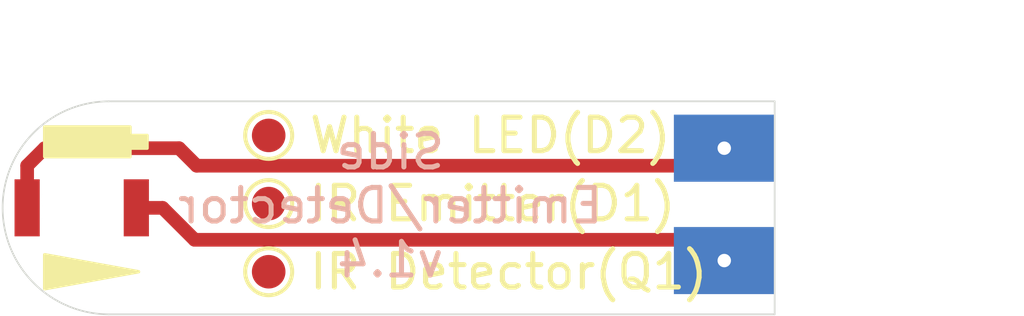
<source format=kicad_pcb>
(kicad_pcb (version 20210606) (generator pcbnew)
  (title_block (date "2020-01-15") (rev "1.3"))
  (layers (0 "F.Cu" signal) (31 "B.Cu" signal) (34 "B.Paste" user) (35 "F.Paste" user) (36 "B.SilkS" user "B.Silkscreen") (37 "F.SilkS" user "F.Silkscreen") (38 "B.Mask" user) (39 "F.Mask" user) (44 "Edge.Cuts" user))
  (net 0 "")
  (net 1 "Net-(D1-Pad1)")
  (net 2 "Net-(D1-Pad2)")
  (footprint "asl_footprints:1206_reverse_smd" (layer "F.Cu") (at 126.198001 93.218001 180)
    (fp_text reference "D1" hide)
    (fp_text value "LED" hide)
    (pad "" np_thru_hole circle locked (at 0 0 270) (size 2.3 2.3) (drill 2.3) (layers *.Cu *.Mask))
    (pad "1" smd rect locked (at -1.625 0 270) (size 1.7 0.75) (layers "F.Cu" "F.Paste" "F.Mask") (net 1 "Net-(D1-Pad1)"))
    (pad "2" smd rect locked (at 1.625 0 270) (size 1.7 0.75) (layers "F.Cu" "F.Paste" "F.Mask") (net 2 "Net-(D1-Pad2)"))
  )
  (footprint "TestPoint:TestPoint_Pad_D1.0mm" (layer "F.Cu") (at 131.7625 91.059)
    (fp_text reference "White LED(D2)" (at 1.143 0) (layer "F.SilkS") (effects (justify left)))
    (fp_text value "TestPoint" hide)
    (fp_circle (center 0 0) (end 0 0.7) (layer "F.SilkS") (width 0.12) (fill none))
    (pad "1" smd circle locked (at 0 0) (size 1 1) (layers "F.Cu" "F.Mask"))
  )
  (footprint "TestPoint:TestPoint_Pad_D1.0mm" (layer "F.Cu") (at 131.7625 93.091)
    (fp_text reference "IR Emitter(D1)" (at 1.143 0) (layer "F.SilkS") (effects (justify left)))
    (fp_text value "TestPoint" hide)
    (fp_circle (center 0 0) (end 0 0.7) (layer "F.SilkS") (width 0.12) (fill none))
    (pad "1" smd circle locked (at 0 0) (size 1 1) (layers "F.Cu" "F.Mask"))
  )
  (footprint "TestPoint:TestPoint_Pad_D1.0mm" (layer "F.Cu") (at 131.7625 95.123)
    (fp_text reference "IR Detector(Q1)" (at 1.143 0) (layer "F.SilkS") (effects (justify left)))
    (fp_text value "TestPoint" hide)
    (fp_circle (center 0 0) (end 0 0.7) (layer "F.SilkS") (width 0.12) (fill none))
    (pad "1" smd circle locked (at 0 0) (size 1 1) (layers "F.Cu" "F.Mask"))
  )
  (footprint "asl_footprints:board_to_board_joint" (layer "B.Cu") (at 146.823001 93.115 -90)
    (fp_text reference "J1" hide)
    (fp_text value "Conn_01x02_Male" hide)
    (pad "1" smd rect locked (at -1.675 1.5 270) (size 2 3) (layers "B.Cu" "B.Paste" "B.Mask") (net 2 "Net-(D1-Pad2)"))
    (pad "2" smd rect locked (at 1.675 1.5 270) (size 2 3) (layers "B.Cu" "B.Paste" "B.Mask") (net 1 "Net-(D1-Pad1)"))
  )
  (gr_poly (pts (xy 127.889 95.123) (xy 125.095 95.631) (xy 125.095 94.615)) (layer "F.SilkS") (width 0.1) (fill solid))
  (gr_poly (pts (xy 128.143 91.44) (xy 127.635 91.44) (xy 127.635 91.059) (xy 128.143 91.059)) (layer "F.SilkS") (width 0.1) (fill solid))
  (gr_poly (pts (xy 127.635 91.694) (xy 125.095 91.694) (xy 125.095 90.805) (xy 127.635 90.805)) (layer "F.SilkS") (width 0.1) (fill solid))
  (gr_arc (start 127.000001 93.218001) (end 127.000001 90.043001) (angle -180) (layer "Edge.Cuts") (width 0.05))
  (gr_line (start 146.823001 90.043) (end 127.000001 90.043001) (layer "Edge.Cuts") (width 0.05))
  (gr_line (start 146.823001 90.043) (end 146.823001 96.393) (layer "Edge.Cuts") (width 0.05))
  (gr_line (start 127 96.393) (end 146.823001 96.393) (layer "Edge.Cuts") (width 0.05))
  (gr_text "Side\nEmitter/Detector\nv1.4" (at 135.382 93.1545) (layer "B.SilkS") (effects (font (size 1 1)) (justify mirror)))
  (segment (start 144.703501 94.1705) (end 145.323001 94.79) (width 0.4064) (layer "F.Cu") (net 1))
  (segment (start 127.823001 93.218001) (end 128.604401 93.218001) (width 0.4064) (layer "F.Cu") (net 1))
  (segment (start 128.604401 93.218001) (end 129.5569 94.1705) (width 0.4064) (layer "F.Cu") (net 1))
  (segment (start 129.5569 94.1705) (end 144.703501 94.1705) (width 0.4064) (layer "F.Cu") (net 1))
  (via (at 145.323001 94.79) (size 0.8) (drill 0.4) (layers "F.Cu" "B.Cu") (net 1))
  (segment (start 129.617701 91.962201) (end 144.8008 91.962201) (width 0.4064) (layer "F.Cu") (net 2))
  (segment (start 125.094602 91.44) (end 129.0955 91.44) (width 0.4064) (layer "F.Cu") (net 2))
  (segment (start 144.8008 91.962201) (end 145.323001 91.44) (width 0.4064) (layer "F.Cu") (net 2))
  (segment (start 124.573001 91.961601) (end 125.094602 91.44) (width 0.4064) (layer "F.Cu") (net 2))
  (segment (start 129.0955 91.44) (end 129.617701 91.962201) (width 0.4064) (layer "F.Cu") (net 2))
  (segment (start 124.573001 93.218001) (end 124.573001 91.961601) (width 0.4064) (layer "F.Cu") (net 2))
  (via (at 145.323001 91.44) (size 0.8) (drill 0.4) (layers "F.Cu" "B.Cu") (net 2))
)
</source>
